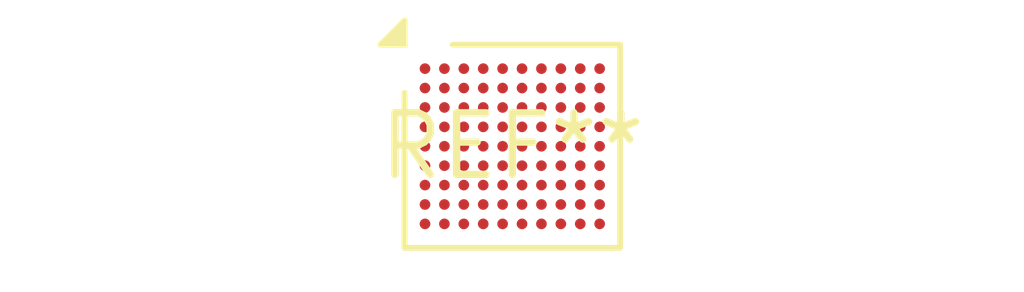
<source format=kicad_pcb>
(kicad_pcb (version 20240108) (generator pcbnew)
  (layers (0 "F.Cu" signal) (31 "B.Cu" signal) (34 "B.Paste" user) (35 "F.Paste" user) (36 "B.SilkS" user "B.Silkscreen") (37 "F.SilkS" user "F.Silkscreen") (38 "B.Mask" user) (39 "F.Mask" user) (44 "Edge.Cuts" user))
  (net 0 "")
  (footprint "ST_WLCSP-90_Die413" (layer "F.Cu") (at 0 0)
    (property "Reference" "REF**")
    (property "Value" "ST_WLCSP-90_Die413")
    (fp_line (start -2.2215 2.0945) (end -2.2215 -1.10225) (layer "F.SilkS") (stroke (width 0.12)))
    (fp_line (start -1.22925 -2.0945) (end 2.2215 -2.0945) (layer "F.SilkS") (stroke (width 0.12)))
    (fp_line (start 2.2215 -2.0945) (end 2.2215 2.0945) (layer "F.SilkS") (stroke (width 0.12)))
    (fp_line (start 2.2215 2.0945) (end -2.2215 2.0945) (layer "F.SilkS") (stroke (width 0.12)))
    (fp_poly (pts (xy -2.2215 -2.0945) (xy -2.7215 -2.0945) (xy -2.2215 -2.5945) (xy -2.2215 -2.0945)) (layer "F.SilkS") (stroke (width 0.12)) (fill solid))
    (pad "A1" smd circle (at -1.8 -1.6) (size 0.22 0.22) (property pad_prop_bga) (layers "F.Cu" "F.Paste" "F.Mask"))
    (pad "A2" smd circle (at -1.4 -1.6) (size 0.22 0.22) (property pad_prop_bga) (layers "F.Cu" "F.Paste" "F.Mask"))
    (pad "A3" smd circle (at -1 -1.6) (size 0.22 0.22) (property pad_prop_bga) (layers "F.Cu" "F.Paste" "F.Mask"))
    (pad "A4" smd circle (at -0.6 -1.6) (size 0.22 0.22) (property pad_prop_bga) (layers "F.Cu" "F.Paste" "F.Mask"))
    (pad "A5" smd circle (at -0.2 -1.6) (size 0.22 0.22) (property pad_prop_bga) (layers "F.Cu" "F.Paste" "F.Mask"))
    (pad "A6" smd circle (at 0.2 -1.6) (size 0.22 0.22) (property pad_prop_bga) (layers "F.Cu" "F.Paste" "F.Mask"))
    (pad "A7" smd circle (at 0.6 -1.6) (size 0.22 0.22) (property pad_prop_bga) (layers "F.Cu" "F.Paste" "F.Mask"))
    (pad "A8" smd circle (at 1 -1.6) (size 0.22 0.22) (property pad_prop_bga) (layers "F.Cu" "F.Paste" "F.Mask"))
    (pad "A9" smd circle (at 1.4 -1.6) (size 0.22 0.22) (property pad_prop_bga) (layers "F.Cu" "F.Paste" "F.Mask"))
    (pad "A10" smd circle (at 1.8 -1.6) (size 0.22 0.22) (property pad_prop_bga) (layers "F.Cu" "F.Paste" "F.Mask"))
    (pad "B1" smd circle (at -1.8 -1.2) (size 0.22 0.22) (property pad_prop_bga) (layers "F.Cu" "F.Paste" "F.Mask"))
    (pad "B2" smd circle (at -1.4 -1.2) (size 0.22 0.22) (property pad_prop_bga) (layers "F.Cu" "F.Paste" "F.Mask"))
    (pad "B3" smd circle (at -1 -1.2) (size 0.22 0.22) (property pad_prop_bga) (layers "F.Cu" "F.Paste" "F.Mask"))
    (pad "B4" smd circle (at -0.6 -1.2) (size 0.22 0.22) (property pad_prop_bga) (layers "F.Cu" "F.Paste" "F.Mask"))
    (pad "B5" smd circle (at -0.2 -1.2) (size 0.22 0.22) (property pad_prop_bga) (layers "F.Cu" "F.Paste" "F.Mask"))
    (pad "B6" smd circle (at 0.2 -1.2) (size 0.22 0.22) (property pad_prop_bga) (layers "F.Cu" "F.Paste" "F.Mask"))
    (pad "B7" smd circle (at 0.6 -1.2) (size 0.22 0.22) (property pad_prop_bga) (layers "F.Cu" "F.Paste" "F.Mask"))
    (pad "B8" smd circle (at 1 -1.2) (size 0.22 0.22) (property pad_prop_bga) (layers "F.Cu" "F.Paste" "F.Mask"))
    (pad "B9" smd circle (at 1.4 -1.2) (size 0.22 0.22) (property pad_prop_bga) (layers "F.Cu" "F.Paste" "F.Mask"))
    (pad "B10" smd circle (at 1.8 -1.2) (size 0.22 0.22) (property pad_prop_bga) (layers "F.Cu" "F.Paste" "F.Mask"))
    (pad "C1" smd circle (at -1.8 -0.8) (size 0.22 0.22) (property pad_prop_bga) (layers "F.Cu" "F.Paste" "F.Mask"))
    (pad "C2" smd circle (at -1.4 -0.8) (size 0.22 0.22) (property pad_prop_bga) (layers "F.Cu" "F.Paste" "F.Mask"))
    (pad "C3" smd circle (at -1 -0.8) (size 0.22 0.22) (property pad_prop_bga) (layers "F.Cu" "F.Paste" "F.Mask"))
    (pad "C4" smd circle (at -0.6 -0.8) (size 0.22 0.22) (property pad_prop_bga) (layers "F.Cu" "F.Paste" "F.Mask"))
    (pad "C5" smd circle (at -0.2 -0.8) (size 0.22 0.22) (property pad_prop_bga) (layers "F.Cu" "F.Paste" "F.Mask"))
    (pad "C6" smd circle (at 0.2 -0.8) (size 0.22 0.22) (property pad_prop_bga) (layers "F.Cu" "F.Paste" "F.Mask"))
    (pad "C7" smd circle (at 0.6 -0.8) (size 0.22 0.22) (property pad_prop_bga) (layers "F.Cu" "F.Paste" "F.Mask"))
    (pad "C8" smd circle (at 1 -0.8) (size 0.22 0.22) (property pad_prop_bga) (layers "F.Cu" "F.Paste" "F.Mask"))
    (pad "C9" smd circle (at 1.4 -0.8) (size 0.22 0.22) (property pad_prop_bga) (layers "F.Cu" "F.Paste" "F.Mask"))
    (pad "C10" smd circle (at 1.8 -0.8) (size 0.22 0.22) (property pad_prop_bga) (layers "F.Cu" "F.Paste" "F.Mask"))
    (pad "D1" smd circle (at -1.8 -0.4) (size 0.22 0.22) (property pad_prop_bga) (layers "F.Cu" "F.Paste" "F.Mask"))
    (pad "D2" smd circle (at -1.4 -0.4) (size 0.22 0.22) (property pad_prop_bga) (layers "F.Cu" "F.Paste" "F.Mask"))
    (pad "D3" smd circle (at -1 -0.4) (size 0.22 0.22) (property pad_prop_bga) (layers "F.Cu" "F.Paste" "F.Mask"))
    (pad "D4" smd circle (at -0.6 -0.4) (size 0.22 0.22) (property pad_prop_bga) (layers "F.Cu" "F.Paste" "F.Mask"))
    (pad "D5" smd circle (at -0.2 -0.4) (size 0.22 0.22) (property pad_prop_bga) (layers "F.Cu" "F.Paste" "F.Mask"))
    (pad "D6" smd circle (at 0.2 -0.4) (size 0.22 0.22) (property pad_prop_bga) (layers "F.Cu" "F.Paste" "F.Mask"))
    (pad "D7" smd circle (at 0.6 -0.4) (size 0.22 0.22) (property pad_prop_bga) (layers "F.Cu" "F.Paste" "F.Mask"))
    (pad "D8" smd circle (at 1 -0.4) (size 0.22 0.22) (property pad_prop_bga) (layers "F.Cu" "F.Paste" "F.Mask"))
    (pad "D9" smd circle (at 1.4 -0.4) (size 0.22 0.22) (property pad_prop_bga) (layers "F.Cu" "F.Paste" "F.Mask"))
    (pad "D10" smd circle (at 1.8 -0.4) (size 0.22 0.22) (property pad_prop_bga) (layers "F.Cu" "F.Paste" "F.Mask"))
    (pad "E1" smd circle (at -1.8 0) (size 0.22 0.22) (property pad_prop_bga) (layers "F.Cu" "F.Paste" "F.Mask"))
    (pad "E2" smd circle (at -1.4 0) (size 0.22 0.22) (property pad_prop_bga) (layers "F.Cu" "F.Paste" "F.Mask"))
    (pad "E3" smd circle (at -1 0) (size 0.22 0.22) (property pad_prop_bga) (layers "F.Cu" "F.Paste" "F.Mask"))
    (pad "E4" smd circle (at -0.6 0) (size 0.22 0.22) (property pad_prop_bga) (layers "F.Cu" "F.Paste" "F.Mask"))
    (pad "E5" smd circle (at -0.2 0) (size 0.22 0.22) (property pad_prop_bga) (layers "F.Cu" "F.Paste" "F.Mask"))
    (pad "E6" smd circle (at 0.2 0) (size 0.22 0.22) (property pad_prop_bga) (layers "F.Cu" "F.Paste" "F.Mask"))
    (pad "E7" smd circle (at 0.6 0) (size 0.22 0.22) (property pad_prop_bga) (layers "F.Cu" "F.Paste" "F.Mask"))
    (pad "E8" smd circle (at 1 0) (size 0.22 0.22) (property pad_prop_bga) (layers "F.Cu" "F.Paste" "F.Mask"))
    (pad "E9" smd circle (at 1.4 0) (size 0.22 0.22) (property pad_prop_bga) (layers "F.Cu" "F.Paste" "F.Mask"))
    (pad "E10" smd circle (at 1.8 0) (size 0.22 0.22) (property pad_prop_bga) (layers "F.Cu" "F.Paste" "F.Mask"))
    (pad "F1" smd circle (at -1.8 0.4) (size 0.22 0.22) (property pad_prop_bga) (layers "F.Cu" "F.Paste" "F.Mask"))
    (pad "F2" smd circle (at -1.4 0.4) (size 0.22 0.22) (property pad_prop_bga) (layers "F.Cu" "F.Paste" "F.Mask"))
    (pad "F3" smd circle (at -1 0.4) (size 0.22 0.22) (property pad_prop_bga) (layers "F.Cu" "F.Paste" "F.Mask"))
    (pad "F4" smd circle (at -0.6 0.4) (size 0.22 0.22) (property pad_prop_bga) (layers "F.Cu" "F.Paste" "F.Mask"))
    (pad "F5" smd circle (at -0.2 0.4) (size 0.22 0.22) (property pad_prop_bga) (layers "F.Cu" "F.Paste" "F.Mask"))
    (pad "F6" smd circle (at 0.2 0.4) (size 0.22 0.22) (property pad_prop_bga) (layers "F.Cu" "F.Paste" "F.Mask"))
    (pad "F7" smd circle (at 0.6 0.4) (size 0.22 0.22) (property pad_prop_bga) (layers "F.Cu" "F.Paste" "F.Mask"))
    (pad "F8" smd circle (at 1 0.4) (size 0.22 0.22) (property pad_prop_bga) (layers "F.Cu" "F.Paste" "F.Mask"))
    (pad "F9" smd circle (at 1.4 0.4) (size 0.22 0.22) (property pad_prop_bga) (layers "F.Cu" "F.Paste" "F.Mask"))
    (pad "F10" smd circle (at 1.8 0.4) (size 0.22 0.22) (property pad_prop_bga) (layers "F.Cu" "F.Paste" "F.Mask"))
    (pad "G1" smd circle (at -1.8 0.8) (size 0.22 0.22) (property pad_prop_bga) (layers "F.Cu" "F.Paste" "F.Mask"))
    (pad "G2" smd circle (at -1.4 0.8) (size 0.22 0.22) (property pad_prop_bga) (layers "F.Cu" "F.Paste" "F.Mask"))
    (pad "G3" smd circle (at -1 0.8) (size 0.22 0.22) (property pad_prop_bga) (layers "F.Cu" "F.Paste" "F.Mask"))
    (pad "G4" smd circle (at -0.6 0.8) (size 0.22 0.22) (property pad_prop_bga) (layers "F.Cu" "F.Paste" "F.Mask"))
    (pad "G5" smd circle (at -0.2 0.8) (size 0.22 0.22) (property pad_prop_bga) (layers "F.Cu" "F.Paste" "F.Mask"))
    (pad "G6" smd circle (at 0.2 0.8) (size 0.22 0.22) (property pad_prop_bga) (layers "F.Cu" "F.Paste" "F.Mask"))
    (pad "G7" smd circle (at 0.6 0.8) (size 0.22 0.22) (property pad_prop_bga) (layers "F.Cu" "F.Paste" "F.Mask"))
    (pad "G8" smd circle (at 1 0.8) (size 0.22 0.22) (property pad_prop_bga) (layers "F.Cu" "F.Paste" "F.Mask"))
    (pad "G9" smd circle (at 1.4 0.8) (size 0.22 0.22) (property pad_prop_bga) (layers "F.Cu" "F.Paste" "F.Mask"))
    (pad "G10" smd circle (at 1.8 0.8) (size 0.22 0.22) (property pad_prop_bga) (layers "F.Cu" "F.Paste" "F.Mask"))
    (pad "H1" smd circle (at -1.8 1.2) (size 0.22 0.22) (property pad_prop_bga) (layers "F.Cu" "F.Paste" "F.Mask"))
    (pad "H2" smd circle (at -1.4 1.2) (size 0.22 0.22) (property pad_prop_bga) (layers "F.Cu" "F.Paste" "F.Mask"))
    (pad "H3" smd circle (at -1 1.2) (size 0.22 0.22) (property pad_prop_bga) (layers "F.Cu" "F.Paste" "F.Mask"))
    (pad "H4" smd circle (at -0.6 1.2) (size 0.22 0.22) (property pad_prop_bga) (layers "F.Cu" "F.Paste" "F.Mask"))
    (pad "H5" smd circle (at -0.2 1.2) (size 0.22 0.22) (property pad_prop_bga) (layers "F.Cu" "F.Paste" "F.Mask"))
    (pad "H6" smd circle (at 0.2 1.2) (size 0.22 0.22) (property pad_prop_bga) (layers "F.Cu" "F.Paste" "F.Mask"))
    (pad "H7" smd circle (at 0.6 1.2) (size 0.22 0.22) (property pad_prop_bga) (layers "F.Cu" "F.Paste" "F.Mask"))
    (pad "H8" smd circle (at 1 1.2) (size 0.22 0.22) (property pad_prop_bga) (layers "F.Cu" "F.Paste" "F.Mask"))
    (pad "H9" smd circle (at 1.4 1.2) (size 0.22 0.22) (property pad_prop_bga) (layers "F.Cu" "F.Paste" "F.Mask"))
    (pad "H10" smd circle (at 1.8 1.2) (size 0.22 0.22) (property pad_prop_bga) (layers "F.Cu" "F.Paste" "F.Mask"))
    (pad "J1" smd circle (at -1.8 1.6) (size 0.22 0.22) (property pad_prop_bga) (layers "F.Cu" "F.Paste" "F.Mask"))
    (pad "J2" smd circle (at -1.4 1.6) (size 0.22 0.22) (property pad_prop_bga) (layers "F.Cu" "F.Paste" "F.Mask"))
    (pad "J3" smd circle (at -1 1.6) (size 0.22 0.22) (property pad_prop_bga) (layers "F.Cu" "F.Paste" "F.Mask"))
    (pad "J4" smd circle (at -0.6 1.6) (size 0.22 0.22) (property pad_prop_bga) (layers "F.Cu" "F.Paste" "F.Mask"))
    (pad "J5" smd circle (at -0.2 1.6) (size 0.22 0.22) (property pad_prop_bga) (layers "F.Cu" "F.Paste" "F.Mask"))
    (pad "J6" smd circle (at 0.2 1.6) (size 0.22 0.22) (property pad_prop_bga) (layers "F.Cu" "F.Paste" "F.Mask"))
    (pad "J7" smd circle (at 0.6 1.6) (size 0.22 0.22) (property pad_prop_bga) (layers "F.Cu" "F.Paste" "F.Mask"))
    (pad "J8" smd circle (at 1 1.6) (size 0.22 0.22) (property pad_prop_bga) (layers "F.Cu" "F.Paste" "F.Mask"))
    (pad "J9" smd circle (at 1.4 1.6) (size 0.22 0.22) (property pad_prop_bga) (layers "F.Cu" "F.Paste" "F.Mask"))
    (pad "J10" smd circle (at 1.8 1.6) (size 0.22 0.22) (property pad_prop_bga) (layers "F.Cu" "F.Paste" "F.Mask"))
  )
)
</source>
